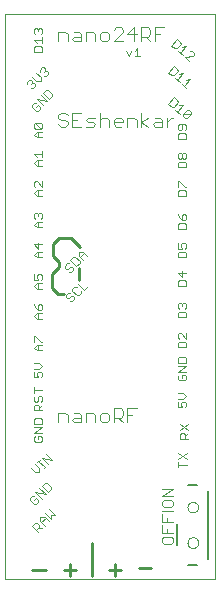
<source format=gto>
G75*
%MOIN*%
%OFA0B0*%
%FSLAX24Y24*%
%IPPOS*%
%LPD*%
%AMOC8*
5,1,8,0,0,1.08239X$1,22.5*
%
%ADD10C,0.0000*%
%ADD11C,0.0040*%
%ADD12C,0.0030*%
%ADD13C,0.0100*%
%ADD14C,0.0080*%
D10*
X000150Y000200D02*
X000150Y019020D01*
X007142Y019020D01*
X007142Y000200D01*
X000150Y000200D01*
X006223Y001409D02*
X006225Y001435D01*
X006231Y001461D01*
X006241Y001486D01*
X006254Y001509D01*
X006270Y001529D01*
X006290Y001547D01*
X006312Y001562D01*
X006335Y001574D01*
X006361Y001582D01*
X006387Y001586D01*
X006413Y001586D01*
X006439Y001582D01*
X006465Y001574D01*
X006489Y001562D01*
X006510Y001547D01*
X006530Y001529D01*
X006546Y001509D01*
X006559Y001486D01*
X006569Y001461D01*
X006575Y001435D01*
X006577Y001409D01*
X006575Y001383D01*
X006569Y001357D01*
X006559Y001332D01*
X006546Y001309D01*
X006530Y001289D01*
X006510Y001271D01*
X006488Y001256D01*
X006465Y001244D01*
X006439Y001236D01*
X006413Y001232D01*
X006387Y001232D01*
X006361Y001236D01*
X006335Y001244D01*
X006311Y001256D01*
X006290Y001271D01*
X006270Y001289D01*
X006254Y001309D01*
X006241Y001332D01*
X006231Y001357D01*
X006225Y001383D01*
X006223Y001409D01*
X006223Y002591D02*
X006225Y002617D01*
X006231Y002643D01*
X006241Y002668D01*
X006254Y002691D01*
X006270Y002711D01*
X006290Y002729D01*
X006312Y002744D01*
X006335Y002756D01*
X006361Y002764D01*
X006387Y002768D01*
X006413Y002768D01*
X006439Y002764D01*
X006465Y002756D01*
X006489Y002744D01*
X006510Y002729D01*
X006530Y002711D01*
X006546Y002691D01*
X006559Y002668D01*
X006569Y002643D01*
X006575Y002617D01*
X006577Y002591D01*
X006575Y002565D01*
X006569Y002539D01*
X006559Y002514D01*
X006546Y002491D01*
X006530Y002471D01*
X006510Y002453D01*
X006488Y002438D01*
X006465Y002426D01*
X006439Y002418D01*
X006413Y002414D01*
X006387Y002414D01*
X006361Y002418D01*
X006335Y002426D01*
X006311Y002438D01*
X006290Y002453D01*
X006270Y002471D01*
X006254Y002491D01*
X006241Y002514D01*
X006231Y002539D01*
X006225Y002565D01*
X006223Y002591D01*
D11*
X004529Y005880D02*
X004222Y005880D01*
X004222Y005420D01*
X004222Y005650D02*
X004375Y005650D01*
X004068Y005650D02*
X003992Y005573D01*
X003762Y005573D01*
X003762Y005420D02*
X003762Y005880D01*
X003992Y005880D01*
X004068Y005804D01*
X004068Y005650D01*
X003915Y005573D02*
X004068Y005420D01*
X003608Y005497D02*
X003608Y005650D01*
X003531Y005727D01*
X003378Y005727D01*
X003301Y005650D01*
X003301Y005497D01*
X003378Y005420D01*
X003531Y005420D01*
X003608Y005497D01*
X003148Y005420D02*
X003148Y005650D01*
X003071Y005727D01*
X002841Y005727D01*
X002841Y005420D01*
X002687Y005420D02*
X002457Y005420D01*
X002380Y005497D01*
X002457Y005573D01*
X002687Y005573D01*
X002687Y005650D02*
X002687Y005420D01*
X002687Y005650D02*
X002611Y005727D01*
X002457Y005727D01*
X002227Y005650D02*
X002227Y005420D01*
X002227Y005650D02*
X002150Y005727D01*
X001920Y005727D01*
X001920Y005420D01*
X001997Y015270D02*
X001920Y015347D01*
X001997Y015270D02*
X002150Y015270D01*
X002227Y015347D01*
X002227Y015423D01*
X002150Y015500D01*
X001997Y015500D01*
X001920Y015577D01*
X001920Y015654D01*
X001997Y015730D01*
X002150Y015730D01*
X002227Y015654D01*
X002380Y015730D02*
X002380Y015270D01*
X002687Y015270D01*
X002841Y015270D02*
X003071Y015270D01*
X003148Y015347D01*
X003071Y015423D01*
X002918Y015423D01*
X002841Y015500D01*
X002918Y015577D01*
X003148Y015577D01*
X003301Y015500D02*
X003378Y015577D01*
X003531Y015577D01*
X003608Y015500D01*
X003608Y015270D01*
X003762Y015347D02*
X003762Y015500D01*
X003838Y015577D01*
X003992Y015577D01*
X004068Y015500D01*
X004068Y015423D01*
X003762Y015423D01*
X003762Y015347D02*
X003838Y015270D01*
X003992Y015270D01*
X004222Y015270D02*
X004222Y015577D01*
X004452Y015577D01*
X004529Y015500D01*
X004529Y015270D01*
X004682Y015270D02*
X004682Y015730D01*
X004913Y015577D02*
X004682Y015423D01*
X004913Y015270D01*
X005066Y015347D02*
X005143Y015423D01*
X005373Y015423D01*
X005373Y015500D02*
X005373Y015270D01*
X005143Y015270D01*
X005066Y015347D01*
X005143Y015577D02*
X005296Y015577D01*
X005373Y015500D01*
X005526Y015423D02*
X005680Y015577D01*
X005757Y015577D01*
X005526Y015577D02*
X005526Y015270D01*
X005143Y018120D02*
X005143Y018580D01*
X005450Y018580D01*
X005296Y018350D02*
X005143Y018350D01*
X004989Y018350D02*
X004913Y018273D01*
X004682Y018273D01*
X004682Y018120D02*
X004682Y018580D01*
X004913Y018580D01*
X004989Y018504D01*
X004989Y018350D01*
X004836Y018273D02*
X004989Y018120D01*
X004529Y018350D02*
X004222Y018350D01*
X004452Y018580D01*
X004452Y018120D01*
X004068Y018120D02*
X003762Y018120D01*
X004068Y018427D01*
X004068Y018504D01*
X003992Y018580D01*
X003838Y018580D01*
X003762Y018504D01*
X003608Y018350D02*
X003608Y018197D01*
X003531Y018120D01*
X003378Y018120D01*
X003301Y018197D01*
X003301Y018350D01*
X003378Y018427D01*
X003531Y018427D01*
X003608Y018350D01*
X003148Y018350D02*
X003148Y018120D01*
X003148Y018350D02*
X003071Y018427D01*
X002841Y018427D01*
X002841Y018120D01*
X002687Y018120D02*
X002687Y018350D01*
X002611Y018427D01*
X002457Y018427D01*
X002457Y018273D02*
X002380Y018197D01*
X002457Y018120D01*
X002687Y018120D01*
X002687Y018273D02*
X002457Y018273D01*
X002227Y018350D02*
X002227Y018120D01*
X002227Y018350D02*
X002150Y018427D01*
X001920Y018427D01*
X001920Y018120D01*
X002380Y015730D02*
X002687Y015730D01*
X002534Y015500D02*
X002380Y015500D01*
X003301Y015730D02*
X003301Y015270D01*
D12*
X004262Y017615D02*
X004165Y017808D01*
X004358Y017808D02*
X004262Y017615D01*
X004460Y017615D02*
X004653Y017615D01*
X004556Y017615D02*
X004556Y017905D01*
X004460Y017808D01*
X005588Y017075D02*
X005699Y016982D01*
X005768Y016988D01*
X005892Y017136D01*
X005886Y017204D01*
X005775Y017297D01*
X005588Y017075D01*
X005814Y016886D02*
X005962Y016761D01*
X005888Y016823D02*
X006075Y017046D01*
X005938Y017034D01*
X006040Y016696D02*
X006188Y016572D01*
X006114Y016634D02*
X006300Y016856D01*
X006164Y016844D01*
X006288Y017472D02*
X006140Y017596D01*
X006412Y017620D01*
X006443Y017657D01*
X006437Y017725D01*
X006363Y017787D01*
X006295Y017781D01*
X006175Y017946D02*
X005988Y017723D01*
X006062Y017661D02*
X005914Y017786D01*
X005868Y017888D02*
X005992Y018036D01*
X005986Y018104D01*
X005875Y018197D01*
X005688Y017975D01*
X005799Y017882D01*
X005868Y017888D01*
X006038Y017934D02*
X006175Y017946D01*
X005775Y016247D02*
X005886Y016154D01*
X005892Y016086D01*
X005768Y015938D01*
X005699Y015932D01*
X005588Y016025D01*
X005775Y016247D01*
X005938Y015984D02*
X006075Y015996D01*
X005888Y015773D01*
X005962Y015711D02*
X005814Y015836D01*
X005943Y015353D02*
X005895Y015305D01*
X005895Y015208D01*
X005943Y015160D01*
X005992Y015160D01*
X006040Y015208D01*
X006040Y015353D01*
X006137Y015353D02*
X005943Y015353D01*
X005943Y015058D02*
X005895Y015010D01*
X005895Y014865D01*
X006185Y014865D01*
X006185Y015010D01*
X006137Y015058D01*
X005943Y015058D01*
X006137Y015160D02*
X006185Y015208D01*
X006185Y015305D01*
X006137Y015353D01*
X006151Y015553D02*
X006077Y015615D01*
X006071Y015683D01*
X006343Y015707D01*
X006219Y015559D01*
X006151Y015553D01*
X006071Y015683D02*
X006195Y015831D01*
X006263Y015837D01*
X006337Y015775D01*
X006343Y015707D01*
X006137Y014403D02*
X006185Y014355D01*
X006185Y014258D01*
X006137Y014210D01*
X006088Y014210D01*
X006040Y014258D01*
X006040Y014355D01*
X006088Y014403D01*
X006137Y014403D01*
X006040Y014355D02*
X005992Y014403D01*
X005943Y014403D01*
X005895Y014355D01*
X005895Y014258D01*
X005943Y014210D01*
X005992Y014210D01*
X006040Y014258D01*
X006137Y014108D02*
X005943Y014108D01*
X005895Y014060D01*
X005895Y013915D01*
X006185Y013915D01*
X006185Y014060D01*
X006137Y014108D01*
X005943Y013453D02*
X005895Y013453D01*
X005895Y013260D01*
X005943Y013158D02*
X005895Y013110D01*
X005895Y012965D01*
X006185Y012965D01*
X006185Y013110D01*
X006137Y013158D01*
X005943Y013158D01*
X006137Y013260D02*
X005943Y013453D01*
X006137Y013260D02*
X006185Y013260D01*
X006137Y012353D02*
X006088Y012353D01*
X006040Y012305D01*
X006040Y012160D01*
X006137Y012160D01*
X006185Y012208D01*
X006185Y012305D01*
X006137Y012353D01*
X005943Y012256D02*
X006040Y012160D01*
X005943Y012256D02*
X005895Y012353D01*
X005943Y012058D02*
X005895Y012010D01*
X005895Y011865D01*
X006185Y011865D01*
X006185Y012010D01*
X006137Y012058D01*
X005943Y012058D01*
X005895Y011403D02*
X005895Y011210D01*
X006040Y011210D01*
X005992Y011306D01*
X005992Y011355D01*
X006040Y011403D01*
X006137Y011403D01*
X006185Y011355D01*
X006185Y011258D01*
X006137Y011210D01*
X006137Y011108D02*
X005943Y011108D01*
X005895Y011060D01*
X005895Y010915D01*
X006185Y010915D01*
X006185Y011060D01*
X006137Y011108D01*
X006040Y010453D02*
X006040Y010260D01*
X005895Y010405D01*
X006185Y010405D01*
X006137Y010158D02*
X005943Y010158D01*
X005895Y010110D01*
X005895Y009965D01*
X006185Y009965D01*
X006185Y010110D01*
X006137Y010158D01*
X006137Y009403D02*
X006185Y009355D01*
X006185Y009258D01*
X006137Y009210D01*
X006137Y009108D02*
X005943Y009108D01*
X005895Y009060D01*
X005895Y008915D01*
X006185Y008915D01*
X006185Y009060D01*
X006137Y009108D01*
X006040Y009306D02*
X006040Y009355D01*
X006088Y009403D01*
X006137Y009403D01*
X006040Y009355D02*
X005992Y009403D01*
X005943Y009403D01*
X005895Y009355D01*
X005895Y009258D01*
X005943Y009210D01*
X005943Y008403D02*
X005895Y008355D01*
X005895Y008258D01*
X005943Y008210D01*
X005943Y008108D02*
X005895Y008060D01*
X005895Y007915D01*
X006185Y007915D01*
X006185Y008060D01*
X006137Y008108D01*
X005943Y008108D01*
X006185Y008210D02*
X005992Y008403D01*
X005943Y008403D01*
X006185Y008403D02*
X006185Y008210D01*
X006137Y007598D02*
X005943Y007598D01*
X005895Y007549D01*
X005895Y007404D01*
X006185Y007404D01*
X006185Y007549D01*
X006137Y007598D01*
X006185Y007303D02*
X005895Y007303D01*
X005895Y007110D02*
X006185Y007303D01*
X006185Y007110D02*
X005895Y007110D01*
X005943Y007008D02*
X005895Y006960D01*
X005895Y006863D01*
X005943Y006815D01*
X006137Y006815D01*
X006185Y006863D01*
X006185Y006960D01*
X006137Y007008D01*
X006040Y007008D01*
X006040Y006912D01*
X006088Y006403D02*
X005895Y006403D01*
X005895Y006210D02*
X006088Y006210D01*
X006185Y006306D01*
X006088Y006403D01*
X006040Y006108D02*
X005992Y006060D01*
X005992Y006012D01*
X006040Y005915D01*
X005895Y005915D01*
X005895Y006108D01*
X006040Y006108D02*
X006137Y006108D01*
X006185Y006060D01*
X006185Y005963D01*
X006137Y005915D01*
X006255Y005353D02*
X005965Y005160D01*
X006013Y005058D02*
X005965Y005010D01*
X005965Y004865D01*
X006255Y004865D01*
X006158Y004865D02*
X006158Y005010D01*
X006110Y005058D01*
X006013Y005058D01*
X006255Y005160D02*
X005965Y005353D01*
X006255Y005058D02*
X006158Y004962D01*
X006205Y004403D02*
X005915Y004210D01*
X005915Y004108D02*
X005915Y003915D01*
X005915Y004012D02*
X006205Y004012D01*
X006205Y004210D02*
X005915Y004403D01*
X005735Y003208D02*
X005365Y003208D01*
X005365Y002961D02*
X005735Y003208D01*
X005735Y002961D02*
X005365Y002961D01*
X005426Y002840D02*
X005365Y002778D01*
X005365Y002654D01*
X005426Y002593D01*
X005673Y002593D01*
X005735Y002654D01*
X005735Y002778D01*
X005673Y002840D01*
X005426Y002840D01*
X005365Y002470D02*
X005735Y002470D01*
X005550Y002225D02*
X005550Y002102D01*
X005550Y001857D02*
X005550Y001733D01*
X005673Y001612D02*
X005426Y001612D01*
X005365Y001550D01*
X005365Y001427D01*
X005426Y001365D01*
X005673Y001365D01*
X005735Y001427D01*
X005735Y001550D01*
X005673Y001612D01*
X005735Y001733D02*
X005365Y001733D01*
X005365Y001980D01*
X005365Y002102D02*
X005365Y002349D01*
X005365Y002102D02*
X005735Y002102D01*
X002594Y009662D02*
X002662Y009731D01*
X002662Y009799D01*
X002594Y009662D02*
X002525Y009662D01*
X002389Y009799D01*
X002389Y009868D01*
X002457Y009936D01*
X002525Y009936D01*
X002563Y010042D02*
X002768Y009837D01*
X002905Y009973D01*
X002524Y010614D02*
X002627Y010716D01*
X002627Y010785D01*
X002490Y010921D01*
X002422Y010921D01*
X002319Y010819D01*
X002524Y010614D01*
X002418Y010576D02*
X002418Y010508D01*
X002350Y010439D01*
X002282Y010439D01*
X002247Y010542D02*
X002316Y010610D01*
X002384Y010610D01*
X002418Y010576D01*
X002247Y010542D02*
X002179Y010542D01*
X002145Y010576D01*
X002145Y010645D01*
X002213Y010713D01*
X002282Y010713D01*
X002596Y010959D02*
X002596Y011096D01*
X002733Y011096D01*
X002869Y010959D01*
X002767Y011061D02*
X002630Y010925D01*
X002596Y010959D02*
X002733Y010822D01*
X002317Y009728D02*
X002249Y009728D01*
X002180Y009659D01*
X002180Y009591D01*
X002214Y009557D01*
X002283Y009557D01*
X002351Y009625D01*
X002420Y009625D01*
X002454Y009591D01*
X002454Y009523D01*
X002385Y009454D01*
X002317Y009454D01*
X001385Y009305D02*
X001385Y009208D01*
X001337Y009160D01*
X001240Y009160D01*
X001240Y009305D01*
X001288Y009353D01*
X001337Y009353D01*
X001385Y009305D01*
X001240Y009160D02*
X001143Y009256D01*
X001095Y009353D01*
X001192Y009058D02*
X001095Y008962D01*
X001192Y008865D01*
X001385Y008865D01*
X001385Y009058D02*
X001192Y009058D01*
X001240Y009058D02*
X001240Y008865D01*
X001143Y008303D02*
X001337Y008110D01*
X001385Y008110D01*
X001385Y008008D02*
X001192Y008008D01*
X001095Y007912D01*
X001192Y007815D01*
X001385Y007815D01*
X001240Y007815D02*
X001240Y008008D01*
X001095Y008110D02*
X001095Y008303D01*
X001143Y008303D01*
X001095Y007403D02*
X001288Y007403D01*
X001385Y007306D01*
X001288Y007210D01*
X001095Y007210D01*
X001095Y007108D02*
X001095Y006915D01*
X001240Y006915D01*
X001192Y007012D01*
X001192Y007060D01*
X001240Y007108D01*
X001337Y007108D01*
X001385Y007060D01*
X001385Y006963D01*
X001337Y006915D01*
X001385Y006501D02*
X001095Y006501D01*
X001095Y006404D02*
X001095Y006598D01*
X001143Y006303D02*
X001095Y006255D01*
X001095Y006158D01*
X001143Y006110D01*
X001192Y006110D01*
X001240Y006158D01*
X001240Y006255D01*
X001288Y006303D01*
X001337Y006303D01*
X001385Y006255D01*
X001385Y006158D01*
X001337Y006110D01*
X001385Y006008D02*
X001288Y005912D01*
X001288Y005960D02*
X001288Y005815D01*
X001288Y005960D02*
X001240Y006008D01*
X001143Y006008D01*
X001095Y005960D01*
X001095Y005815D01*
X001385Y005815D01*
X001337Y005548D02*
X001143Y005548D01*
X001095Y005499D01*
X001095Y005354D01*
X001385Y005354D01*
X001385Y005499D01*
X001337Y005548D01*
X001385Y005253D02*
X001095Y005253D01*
X001095Y005060D02*
X001385Y005253D01*
X001385Y005060D02*
X001095Y005060D01*
X001143Y004958D02*
X001095Y004910D01*
X001095Y004813D01*
X001143Y004765D01*
X001337Y004765D01*
X001385Y004813D01*
X001385Y004910D01*
X001337Y004958D01*
X001240Y004958D01*
X001240Y004862D01*
X001500Y004379D02*
X001705Y004173D01*
X001363Y004242D01*
X001568Y004037D01*
X001497Y003966D02*
X001429Y003898D01*
X001463Y003932D02*
X001258Y004137D01*
X001224Y004103D02*
X001292Y004171D01*
X001152Y004031D02*
X001289Y003895D01*
X001289Y003758D01*
X001152Y003758D01*
X001015Y003895D01*
X001465Y003394D02*
X001363Y003292D01*
X001568Y003087D01*
X001671Y003189D01*
X001671Y003258D01*
X001534Y003394D01*
X001465Y003394D01*
X001291Y003220D02*
X001496Y003015D01*
X001154Y003083D01*
X001360Y002878D01*
X001254Y002841D02*
X001185Y002909D01*
X001117Y002841D01*
X001117Y002978D02*
X001049Y002978D01*
X000980Y002909D01*
X000980Y002841D01*
X001117Y002704D01*
X001185Y002704D01*
X001254Y002773D01*
X001254Y002841D01*
X001463Y002392D02*
X001668Y002187D01*
X001668Y002323D01*
X001805Y002323D01*
X001600Y002529D01*
X001460Y002252D02*
X001596Y002115D01*
X001494Y002218D02*
X001357Y002081D01*
X001323Y002115D02*
X001323Y002252D01*
X001460Y002252D01*
X001323Y002115D02*
X001460Y001978D01*
X001388Y001907D02*
X001251Y001907D01*
X001285Y001941D02*
X001183Y001838D01*
X001251Y001770D02*
X001046Y001975D01*
X001149Y002078D01*
X001217Y002078D01*
X001285Y002009D01*
X001285Y001941D01*
X001240Y009865D02*
X001240Y010058D01*
X001192Y010058D02*
X001385Y010058D01*
X001337Y010160D02*
X001385Y010208D01*
X001385Y010305D01*
X001337Y010353D01*
X001240Y010353D01*
X001192Y010305D01*
X001192Y010256D01*
X001240Y010160D01*
X001095Y010160D01*
X001095Y010353D01*
X001192Y010058D02*
X001095Y009962D01*
X001192Y009865D01*
X001385Y009865D01*
X001385Y010915D02*
X001192Y010915D01*
X001095Y011012D01*
X001192Y011108D01*
X001385Y011108D01*
X001385Y011355D02*
X001095Y011355D01*
X001240Y011210D01*
X001240Y011403D01*
X001240Y011108D02*
X001240Y010915D01*
X001240Y011915D02*
X001240Y012108D01*
X001192Y012108D02*
X001385Y012108D01*
X001337Y012210D02*
X001385Y012258D01*
X001385Y012355D01*
X001337Y012403D01*
X001288Y012403D01*
X001240Y012355D01*
X001240Y012306D01*
X001240Y012355D02*
X001192Y012403D01*
X001143Y012403D01*
X001095Y012355D01*
X001095Y012258D01*
X001143Y012210D01*
X001192Y012108D02*
X001095Y012012D01*
X001192Y011915D01*
X001385Y011915D01*
X001385Y012965D02*
X001192Y012965D01*
X001095Y013062D01*
X001192Y013158D01*
X001385Y013158D01*
X001385Y013260D02*
X001192Y013453D01*
X001143Y013453D01*
X001095Y013405D01*
X001095Y013308D01*
X001143Y013260D01*
X001240Y013158D02*
X001240Y012965D01*
X001385Y013260D02*
X001385Y013453D01*
X001385Y013965D02*
X001192Y013965D01*
X001095Y014062D01*
X001192Y014158D01*
X001385Y014158D01*
X001385Y014260D02*
X001385Y014453D01*
X001385Y014356D02*
X001095Y014356D01*
X001192Y014260D01*
X001240Y014158D02*
X001240Y013965D01*
X001240Y014915D02*
X001240Y015108D01*
X001192Y015108D02*
X001385Y015108D01*
X001337Y015210D02*
X001385Y015258D01*
X001385Y015355D01*
X001337Y015403D01*
X001143Y015403D01*
X001337Y015210D01*
X001143Y015210D01*
X001095Y015258D01*
X001095Y015355D01*
X001143Y015403D01*
X001192Y015108D02*
X001095Y015012D01*
X001192Y014915D01*
X001385Y014915D01*
X001234Y015805D02*
X001166Y015805D01*
X001029Y015942D01*
X001029Y016011D01*
X001097Y016079D01*
X001166Y016079D01*
X001234Y016011D02*
X001166Y015942D01*
X001234Y016011D02*
X001303Y015942D01*
X001303Y015874D01*
X001234Y015805D01*
X001408Y015980D02*
X001203Y016185D01*
X001545Y016116D01*
X001340Y016322D01*
X001411Y016393D02*
X001514Y016496D01*
X001582Y016496D01*
X001719Y016359D01*
X001719Y016291D01*
X001617Y016188D01*
X001411Y016393D01*
X001327Y016798D02*
X001190Y016798D01*
X001053Y016935D01*
X001016Y016829D02*
X001050Y016795D01*
X001050Y016726D01*
X001118Y016726D01*
X001153Y016692D01*
X001153Y016624D01*
X001084Y016555D01*
X001016Y016555D01*
X001016Y016692D02*
X001050Y016726D01*
X001016Y016829D02*
X000947Y016829D01*
X000879Y016761D01*
X000879Y016692D01*
X001190Y017072D02*
X001327Y016935D01*
X001327Y016798D01*
X001432Y016972D02*
X001501Y016972D01*
X001569Y017041D01*
X001569Y017109D01*
X001535Y017143D01*
X001467Y017143D01*
X001432Y017109D01*
X001467Y017143D02*
X001467Y017212D01*
X001432Y017246D01*
X001364Y017246D01*
X001296Y017177D01*
X001296Y017109D01*
X001385Y017765D02*
X001095Y017765D01*
X001095Y017910D01*
X001143Y017958D01*
X001337Y017958D01*
X001385Y017910D01*
X001385Y017765D01*
X001385Y018060D02*
X001385Y018253D01*
X001385Y018156D02*
X001095Y018156D01*
X001192Y018060D01*
X001143Y018354D02*
X001095Y018403D01*
X001095Y018499D01*
X001143Y018548D01*
X001192Y018548D01*
X001240Y018499D01*
X001288Y018548D01*
X001337Y018548D01*
X001385Y018499D01*
X001385Y018403D01*
X001337Y018354D01*
X001240Y018451D02*
X001240Y018499D01*
D13*
X001950Y011550D02*
X002350Y011550D01*
X002650Y011250D01*
X002600Y010550D02*
X002600Y010150D01*
X002100Y009700D02*
X001900Y009700D01*
X001700Y009900D01*
X001700Y010350D01*
X001950Y010600D01*
X001950Y010750D01*
X001750Y010950D01*
X001750Y011350D01*
X001950Y011550D01*
X003050Y001400D02*
X003050Y000300D01*
X002500Y000500D02*
X002300Y000500D01*
X002300Y000300D01*
X002300Y000500D02*
X002300Y000700D01*
X002300Y000500D02*
X002100Y000500D01*
X001500Y000500D02*
X001050Y000500D01*
X003600Y000500D02*
X003800Y000500D01*
X003800Y000300D01*
X003800Y000500D02*
X003800Y000700D01*
X003800Y000500D02*
X004000Y000500D01*
X004600Y000550D02*
X005000Y000550D01*
D14*
X005888Y001331D02*
X005888Y002039D01*
X006243Y003339D02*
X006557Y003339D01*
X006912Y003142D02*
X006912Y000858D01*
X006557Y000661D02*
X006243Y000661D01*
M02*

</source>
